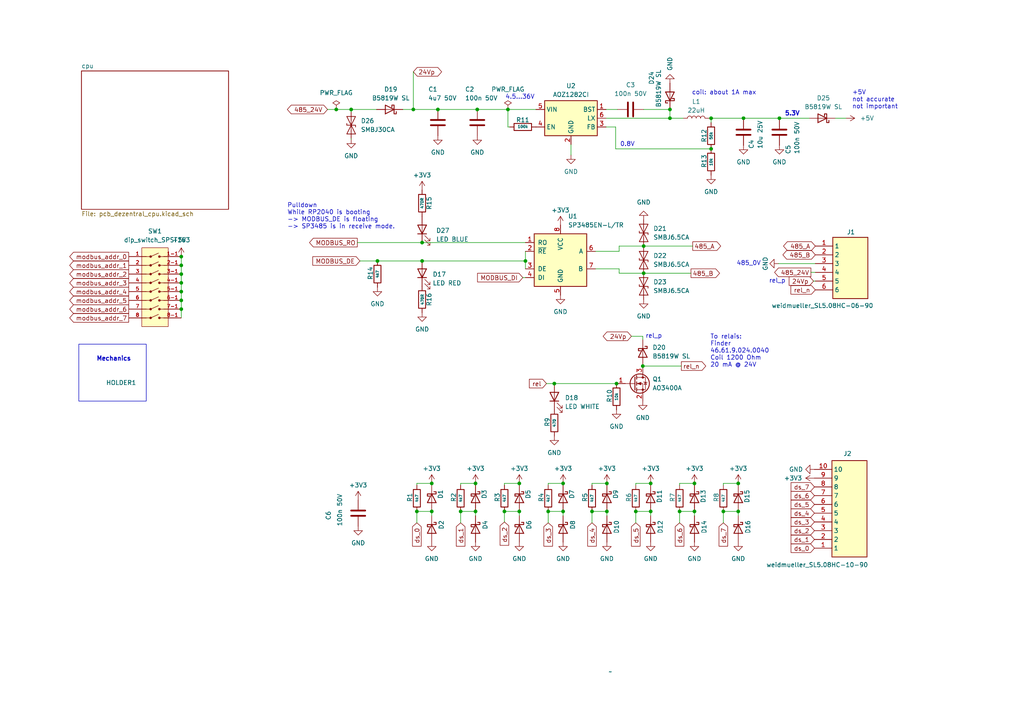
<source format=kicad_sch>
(kicad_sch (version 20230121) (generator eeschema)
  (paper "A4")
  (title_block (title "Heizung Pünterswis - pcb_dezentral") (date "2023-11-27") (rev "0.81") (company "www.positron.ch") (comment 1 "Released under MIT Open-source License"))
  (lib_symbols
    (symbol "00_project_library:LED BLUE" (pin_numbers hide) (pin_names (offset 1.016) hide)
      (property "Reference" "D" (at 0 2.54 0))
      (property "Value" "LED BLUE" (at 0 -2.54 0))
      (symbol "LED BLUE_1_1"
        (pin passive line (at -3.81 0 0) (length 2.54) (name "K") (number "1"))
        (pin passive line (at 3.81 0 180) (length 2.54) (name "A") (number "2"))
      )
    )
    (symbol "00_project_library:LED RED" (pin_numbers hide) (pin_names (offset 1.016) hide)
      (property "Reference" "D" (at 0 2.54 0))
      (property "Value" "LED RED" (at 0 -2.54 0))
      (symbol "LED RED_1_1"
        (pin passive line (at -3.81 0 0) (length 2.54) (name "K") (number "1"))
        (pin passive line (at 3.81 0 180) (length 2.54) (name "A") (number "2"))
      )
    )
    (symbol "00_project_library:LED WHITE" (pin_numbers hide) (pin_names (offset 1.016) hide)
      (property "Reference" "D" (at 0 2.54 0))
      (property "Value" "LED WHITE" (at 0 -2.54 0))
      (symbol "LED WHITE_1_1"
        (pin passive line (at -3.81 0 0) (length 2.54) (name "K") (number "1"))
        (pin passive line (at 3.81 0 180) (length 2.54) (name "A") (number "2"))
      )
    )
    (symbol "00_project_library:din_rail_pcb_holder" (in_bom no)
      (property "Reference" "HOLDER" (at 0 0 0))
    )
    (symbol "00_project_library:dip_switch_SPST16" (pin_names (offset 1.016))
      (property "Reference" "SW" (at -3.5596 10.9331 0))
      (property "Value" "dip_switch_SPST16" (at -3.8154 -15.2615 0))
      (symbol "dip_switch_SPST16_0_0"
        (pin passive line (at -7.62 7.62 0) (length 5.08) (name "~") (number "1"))
        (pin passive line (at 7.62 7.62 180) (length 5.08) (name "~") (number "1-1"))
        (pin passive line (at -7.62 5.08 0) (length 5.08) (name "~") (number "2"))
        (pin passive line (at 7.62 5.08 180) (length 5.08) (name "~") (number "2-1"))
        (pin passive line (at -7.62 2.54 0) (length 5.08) (name "~") (number "3"))
        (pin passive line (at 7.62 2.54 180) (length 5.08) (name "~") (number "3-1"))
        (pin passive line (at -7.62 0 0) (length 5.08) (name "~") (number "4"))
        (pin passive line (at 7.62 0 180) (length 5.08) (name "~") (number "4-1"))
        (pin passive line (at -7.62 -2.54 0) (length 5.08) (name "~") (number "5"))
        (pin passive line (at 7.62 -2.54 180) (length 5.08) (name "~") (number "5-1"))
        (pin passive line (at -7.62 -5.08 0) (length 5.08) (name "~") (number "6"))
        (pin passive line (at 7.62 -5.08 180) (length 5.08) (name "~") (number "6-1"))
        (pin passive line (at -7.62 -7.62 0) (length 5.08) (name "~") (number "7"))
        (pin passive line (at 7.62 -7.62 180) (length 5.08) (name "~") (number "7-1"))
        (pin passive line (at -7.62 -10.16 0) (length 5.08) (name "~") (number "8"))
        (pin passive line (at 7.62 -10.16 180) (length 5.08) (name "~") (number "8-1"))
      )
    )
    (symbol "00_project_library:modbus_SP3485EN" (pin_names (offset 1.016))
      (property "Reference" "U" (at -7.62 8.89 0))
      (property "Value" "SP3485EN-L/TR" (at 2.54 8.89 0))
      (symbol "modbus_SP3485EN_1_1"
        (pin output line (at -10.16 5.08 0) (length 2.54) (name "RO") (number "1"))
        (pin input line (at -10.16 2.54 0) (length 2.54) (name "~{RE}") (number "2"))
        (pin input line (at -10.16 -2.54 0) (length 2.54) (name "DE") (number "3"))
        (pin input line (at -10.16 -5.08 0) (length 2.54) (name "DI") (number "4"))
        (pin power_in line (at 0 -10.16 90) (length 2.54) (name "GND") (number "5"))
        (pin bidirectional line (at 10.16 2.54 180) (length 2.54) (name "A") (number "6"))
        (pin bidirectional line (at 10.16 -2.54 180) (length 2.54) (name "B") (number "7"))
        (pin power_in line (at 0 10.16 270) (length 2.54) (name "VCC") (number "8"))
      )
    )
    (symbol "00_project_library:weidmueller_SL5.08HC-06-90" (in_bom no)
      (property "Reference" "J" (at 16.51 7.62 0))
      (property "Value" "weidmueller_SL5.08HC-06-90" (at 16.51 5.08 0))
      (symbol "weidmueller_SL5.08HC-06-90_1_1"
        (pin passive line (at 0 0 0) (length 5.08) (name "1") (number "1"))
        (pin passive line (at 0 -2.54 0) (length 5.08) (name "2") (number "2"))
        (pin passive line (at 0 -5.08 0) (length 5.08) (name "3") (number "3"))
        (pin passive line (at 0 -7.62 0) (length 5.08) (name "4") (number "4"))
        (pin passive line (at 0 -10.16 0) (length 5.08) (name "5") (number "5"))
        (pin passive line (at 0 -12.7 0) (length 5.08) (name "6") (number "6"))
      )
    )
    (symbol "00_project_library:weidmueller_SL5.08HC-10-90" (in_bom no)
      (property "Reference" "J" (at 16.51 7.62 0))
      (property "Value" "weidmueller_SL5.08HC-10-90" (at 16.51 5.08 0))
      (symbol "weidmueller_SL5.08HC-10-90_1_1"
        (pin passive line (at 0 -22.86 0) (length 5.08) (name "1") (number "1"))
        (pin passive line (at 0 0 0) (length 5.08) (name "10") (number "10"))
        (pin passive line (at 0 -20.32 0) (length 5.08) (name "2") (number "2"))
        (pin passive line (at 0 -17.78 0) (length 5.08) (name "3") (number "3"))
        (pin passive line (at 0 -15.24 0) (length 5.08) (name "4") (number "4"))
        (pin passive line (at 0 -12.7 0) (length 5.08) (name "5") (number "5"))
        (pin passive line (at 0 -10.16 0) (length 5.08) (name "6") (number "6"))
        (pin passive line (at 0 -7.62 0) (length 5.08) (name "7") (number "7"))
        (pin passive line (at 0 -5.08 0) (length 5.08) (name "8") (number "8"))
        (pin passive line (at 0 -2.54 0) (length 5.08) (name "9") (number "9"))
      )
    )
    (symbol "Device:C" (pin_numbers hide) (pin_names (offset 0.254))
      (property "Reference" "C" (at 0.635 2.54 0))
      (property "Value" "C" (at 0.635 -2.54 0))
      (symbol "C_1_1"
        (pin passive line (at 0 3.81 270) (length 2.794) (name "~") (number "1"))
        (pin passive line (at 0 -3.81 90) (length 2.794) (name "~") (number "2"))
      )
    )
    (symbol "Device:D_Schottky" (pin_numbers hide) (pin_names (offset 1.016) hide)
      (property "Reference" "D" (at 0 2.54 0))
      (property "Value" "D_Schottky" (at 0 -2.54 0))
      (symbol "D_Schottky_1_1"
        (pin passive line (at -3.81 0 0) (length 2.54) (name "K") (number "1"))
        (pin passive line (at 3.81 0 180) (length 2.54) (name "A") (number "2"))
      )
    )
    (symbol "Device:L" (pin_numbers hide) (pin_names (offset 1.016) hide)
      (property "Reference" "L" (at -1.27 0 90))
      (property "Value" "L" (at 1.905 0 90))
      (symbol "L_1_1"
        (pin passive line (at 0 3.81 270) (length 1.27) (name "1") (number "1"))
        (pin passive line (at 0 -3.81 90) (length 1.27) (name "2") (number "2"))
      )
    )
    (symbol "Device:R" (pin_numbers hide) (pin_names (offset 0))
      (property "Reference" "R" (at 2.032 0 90))
      (property "Value" "R" (at 0 0 90))
      (symbol "R_1_1"
        (pin passive line (at 0 3.81 270) (length 1.27) (name "~") (number "1"))
        (pin passive line (at 0 -3.81 90) (length 1.27) (name "~") (number "2"))
      )
    )
    (symbol "Diode:SMAJ64CA" (pin_numbers hide) (pin_names (offset 1.016) hide)
      (property "Reference" "D" (at 0 2.54 0))
      (property "Value" "SMAJ64CA" (at 0 -2.54 0))
      (symbol "SMAJ64CA_1_1"
        (pin passive line (at -3.81 0 0) (length 2.54) (name "A1") (number "1"))
        (pin passive line (at 3.81 0 180) (length 2.54) (name "A2") (number "2"))
      )
    )
    (symbol "Regulator_Switching:AOZ1282CI"
      (property "Reference" "U" (at -6.35 -6.35 0))
      (property "Value" "AOZ1282CI" (at -2.54 6.35 0))
      (symbol "AOZ1282CI_1_1"
        (pin input line (at 10.16 2.54 180) (length 2.54) (name "BST") (number "1"))
        (pin power_in line (at 0 -7.62 90) (length 2.54) (name "GND") (number "2"))
        (pin input line (at 10.16 -2.54 180) (length 2.54) (name "FB") (number "3"))
        (pin input line (at -10.16 -2.54 0) (length 2.54) (name "EN") (number "4"))
        (pin power_in line (at -10.16 2.54 0) (length 2.54) (name "VIN") (number "5"))
        (pin power_out line (at 10.16 0 180) (length 2.54) (name "LX") (number "6"))
      )
    )
    (symbol "Transistor_FET:AO3400A" (pin_names hide)
      (property "Reference" "Q" (at 5.08 1.905 0))
      (property "Value" "AO3400A" (at 5.08 0 0))
      (symbol "AO3400A_1_1"
        (pin input line (at -5.08 0 0) (length 2.54) (name "G") (number "1"))
        (pin passive line (at 2.54 -5.08 90) (length 2.54) (name "S") (number "2"))
        (pin passive line (at 2.54 5.08 270) (length 2.54) (name "D") (number "3"))
      )
    )
    (symbol "power:+3V3" (power) (pin_names (offset 0))
      (property "Value" "+3V3" (at 0 3.556 0))
      (symbol "+3V3_1_1"
        (pin power_in line (at 0 0 90) (length 0) hide (name "+3V3") (number "1"))
      )
    )
    (symbol "power:+5V" (power) (pin_names (offset 0))
      (property "Value" "+5V" (at 0 3.556 0))
      (symbol "+5V_1_1"
        (pin power_in line (at 0 0 90) (length 0) hide (name "+5V") (number "1"))
      )
    )
    (symbol "power:GND" (power) (pin_names (offset 0))
      (property "Value" "GND" (at 0 -3.81 0))
      (symbol "GND_1_1"
        (pin power_in line (at 0 0 270) (length 0) hide (name "GND") (number "1"))
      )
    )
    (symbol "power:PWR_FLAG" (power) (pin_numbers hide) (pin_names (offset 0) hide)
      (property "Value" "PWR_FLAG" (at 0 3.81 0))
      (symbol "PWR_FLAG_0_0"
        (pin power_out line (at 0 0 90) (length 0) (name "pwr") (number "1"))
      )
    )
  )
  (junction (at 188.722 140.208))
  (junction (at 146.304 148.336))
  (junction (at 194.31 34.29))
  (junction (at 206.248 43.18))
  (junction (at 52.578 84.582))
  (junction (at 137.922 148.336))
  (junction (at 209.804 148.336))
  (junction (at 101.854 31.75))
  (junction (at 201.422 148.336))
  (junction (at 97.536 31.75))
  (junction (at 147.32 31.75))
  (junction (at 176.022 148.336))
  (junction (at 109.474 75.692))
  (junction (at 214.122 140.208))
  (junction (at 52.578 89.662))
  (junction (at 171.704 148.336))
  (junction (at 138.43 31.75))
  (junction (at 188.722 148.336))
  (junction (at 150.622 148.336))
  (junction (at 152.4 75.692))
  (junction (at 197.104 148.336))
  (junction (at 176.022 140.208))
  (junction (at 52.578 82.042))
  (junction (at 163.322 140.208))
  (junction (at 206.248 34.29))
  (junction (at 52.578 76.962))
  (junction (at 127 31.75))
  (junction (at 178.816 111.252))
  (junction (at 119.888 31.75))
  (junction (at 186.436 106.172))
  (junction (at 122.428 75.692))
  (junction (at 194.31 31.75))
  (junction (at 160.782 111.252))
  (junction (at 122.428 70.358))
  (junction (at 52.578 79.502))
  (junction (at 214.122 148.336))
  (junction (at 133.604 148.336))
  (junction (at 159.004 148.336))
  (junction (at 215.646 34.29))
  (junction (at 226.06 34.29))
  (junction (at 52.578 74.422))
  (junction (at 52.578 87.122))
  (junction (at 163.322 148.336))
  (junction (at 125.222 148.336))
  (junction (at 150.622 140.208))
  (junction (at 184.404 148.336))
  (junction (at 125.222 140.208))
  (junction (at 120.904 148.336))
  (junction (at 186.69 79.248))
  (junction (at 186.69 71.374))
  (junction (at 137.922 140.208))
  (junction (at 201.422 140.208))
  (wire (pts (xy 197.104 140.208) (xy 197.104 140.716)))
  (wire (pts (xy 209.804 151.638) (xy 209.804 148.336)))
  (wire (pts (xy 158.496 111.252) (xy 160.782 111.252)))
  (wire (pts (xy 52.578 87.122) (xy 52.578 89.662)))
  (wire (pts (xy 184.404 140.208) (xy 188.722 140.208)))
  (wire (pts (xy 101.854 31.75) (xy 109.22 31.75)))
  (wire (pts (xy 120.904 151.638) (xy 120.904 148.336)))
  (wire (pts (xy 52.578 82.042) (xy 52.578 84.582)))
  (wire (pts (xy 186.69 79.248) (xy 200.406 79.248)))
  (wire (pts (xy 147.32 36.83) (xy 147.32 31.75)))
  (wire (pts (xy 52.578 74.422) (xy 52.578 76.962)))
  (wire (pts (xy 184.404 148.336) (xy 188.722 148.336)))
  (wire (pts (xy 215.646 34.29) (xy 226.06 34.29)))
  (wire (pts (xy 197.104 140.208) (xy 201.422 140.208)))
  (wire (pts (xy 120.904 140.716) (xy 120.904 140.208)))
  (wire (pts (xy 137.922 140.208) (xy 137.922 140.716)))
  (wire (pts (xy 178.562 36.83) (xy 178.562 43.18)))
  (wire (pts (xy 101.854 40.132) (xy 101.854 40.386)))
  (wire (pts (xy 245.364 34.29) (xy 242.316 34.29)))
  (wire (pts (xy 188.722 140.208) (xy 188.722 140.716)))
  (wire (pts (xy 179.578 71.374) (xy 186.69 71.374)))
  (wire (pts (xy 160.782 111.252) (xy 178.816 111.252)))
  (wire (pts (xy 194.31 34.29) (xy 198.12 34.29)))
  (wire (pts (xy 188.722 149.606) (xy 188.722 148.336)))
  (wire (pts (xy 201.422 149.606) (xy 201.422 148.336)))
  (wire (pts (xy 197.612 106.172) (xy 186.436 106.172)))
  (wire (pts (xy 146.304 140.208) (xy 150.622 140.208)))
  (wire (pts (xy 178.562 36.83) (xy 175.768 36.83)))
  (wire (pts (xy 186.69 31.75) (xy 194.31 31.75)))
  (wire (pts (xy 197.104 148.336) (xy 201.422 148.336)))
  (wire (pts (xy 120.904 140.208) (xy 125.222 140.208)))
  (wire (pts (xy 159.004 140.208) (xy 159.004 140.716)))
  (wire (pts (xy 179.578 72.898) (xy 179.578 71.374)))
  (wire (pts (xy 179.578 77.978) (xy 172.72 77.978)))
  (wire (pts (xy 137.922 149.606) (xy 137.922 148.336)))
  (wire (pts (xy 152.4 72.898) (xy 152.4 75.692)))
  (wire (pts (xy 94.996 31.75) (xy 97.536 31.75)))
  (wire (pts (xy 119.888 20.828) (xy 119.888 31.75)))
  (wire (pts (xy 163.322 149.606) (xy 163.322 148.336)))
  (wire (pts (xy 120.904 148.336) (xy 125.222 148.336)))
  (wire (pts (xy 52.578 79.502) (xy 52.578 82.042)))
  (wire (pts (xy 97.536 31.75) (xy 101.854 31.75)))
  (wire (pts (xy 163.322 140.208) (xy 163.322 140.716)))
  (wire (pts (xy 104.394 75.692) (xy 109.474 75.692)))
  (wire (pts (xy 176.022 140.208) (xy 176.022 140.716)))
  (wire (pts (xy 171.704 151.638) (xy 171.704 148.336)))
  (wire (pts (xy 133.604 140.208) (xy 137.922 140.208)))
  (wire (pts (xy 133.604 140.208) (xy 133.604 140.716)))
  (wire (pts (xy 214.122 140.208) (xy 214.122 140.716)))
  (wire (pts (xy 206.248 34.29) (xy 205.74 34.29)))
  (wire (pts (xy 125.222 149.606) (xy 125.222 148.336)))
  (wire (pts (xy 236.474 81.534) (xy 235.966 81.534)))
  (wire (pts (xy 52.578 89.662) (xy 52.578 92.202)))
  (wire (pts (xy 159.004 148.336) (xy 159.004 151.638)))
  (wire (pts (xy 201.422 140.208) (xy 201.422 140.716)))
  (wire (pts (xy 146.304 151.384) (xy 146.304 148.336)))
  (wire (pts (xy 125.222 140.208) (xy 125.222 140.716)))
  (wire (pts (xy 155.448 31.75) (xy 147.32 31.75)))
  (wire (pts (xy 127 31.75) (xy 138.43 31.75)))
  (wire (pts (xy 165.608 41.91) (xy 165.608 44.958)))
  (wire (pts (xy 184.404 151.638) (xy 184.404 148.336)))
  (wire (pts (xy 209.804 140.208) (xy 214.122 140.208)))
  (wire (pts (xy 147.828 36.83) (xy 147.32 36.83)))
  (wire (pts (xy 206.248 43.18) (xy 178.562 43.18)))
  (wire (pts (xy 225.806 76.454) (xy 236.474 76.454)))
  (wire (pts (xy 176.022 140.208) (xy 171.704 140.208)))
  (wire (pts (xy 226.06 34.29) (xy 234.696 34.29)))
  (wire (pts (xy 122.428 75.692) (xy 152.4 75.692)))
  (wire (pts (xy 52.578 84.582) (xy 52.578 87.122)))
  (wire (pts (xy 175.768 34.29) (xy 194.31 34.29)))
  (wire (pts (xy 186.69 71.374) (xy 186.69 71.628)))
  (wire (pts (xy 235.204 78.994) (xy 236.474 78.994)))
  (wire (pts (xy 133.604 148.336) (xy 137.922 148.336)))
  (wire (pts (xy 214.122 149.606) (xy 214.122 148.336)))
  (wire (pts (xy 103.632 70.358) (xy 122.428 70.358)))
  (wire (pts (xy 119.888 31.75) (xy 116.84 31.75)))
  (wire (pts (xy 122.428 70.358) (xy 152.4 70.358)))
  (wire (pts (xy 184.404 140.208) (xy 184.404 140.716)))
  (wire (pts (xy 159.004 140.208) (xy 163.322 140.208)))
  (wire (pts (xy 151.638 80.518) (xy 152.4 80.518)))
  (wire (pts (xy 52.578 76.962) (xy 52.578 79.502)))
  (wire (pts (xy 171.704 148.336) (xy 176.022 148.336)))
  (wire (pts (xy 101.854 32.512) (xy 101.854 31.75)))
  (wire (pts (xy 122.428 75.438) (xy 122.428 75.692)))
  (wire (pts (xy 159.004 148.336) (xy 163.322 148.336)))
  (wire (pts (xy 183.134 97.536) (xy 186.436 97.536)))
  (wire (pts (xy 197.104 151.638) (xy 197.104 148.336)))
  (wire (pts (xy 215.646 34.544) (xy 215.646 34.29)))
  (wire (pts (xy 179.578 79.248) (xy 186.69 79.248)))
  (wire (pts (xy 150.622 149.606) (xy 150.622 148.336)))
  (wire (pts (xy 179.578 77.978) (xy 179.578 79.248)))
  (wire (pts (xy 172.72 72.898) (xy 179.578 72.898)))
  (wire (pts (xy 175.768 31.75) (xy 179.07 31.75)))
  (wire (pts (xy 176.022 149.606) (xy 176.022 148.336)))
  (wire (pts (xy 209.804 140.208) (xy 209.804 140.716)))
  (wire (pts (xy 152.4 75.692) (xy 152.4 77.978)))
  (wire (pts (xy 146.304 140.208) (xy 146.304 140.716)))
  (wire (pts (xy 226.06 34.29) (xy 226.06 34.544)))
  (wire (pts (xy 206.248 35.56) (xy 206.248 34.29)))
  (wire (pts (xy 127 31.75) (xy 119.888 31.75)))
  (wire (pts (xy 109.474 75.692) (xy 122.428 75.692)))
  (wire (pts (xy 150.622 140.208) (xy 150.622 140.716)))
  (wire (pts (xy 194.31 31.75) (xy 194.31 34.29)))
  (wire (pts (xy 171.704 140.208) (xy 171.704 140.716)))
  (wire (pts (xy 133.604 151.638) (xy 133.604 148.336)))
  (wire (pts (xy 186.69 71.374) (xy 200.914 71.374)))
  (wire (pts (xy 186.436 97.536) (xy 186.436 98.552)))
  (wire (pts (xy 138.43 31.75) (xy 147.32 31.75)))
  (wire (pts (xy 146.304 148.336) (xy 150.622 148.336)))
  (wire (pts (xy 209.804 148.336) (xy 214.122 148.336)))
  (wire (pts (xy 206.248 34.29) (xy 215.646 34.29)))
  (rectangle (start 22.86 99.822) (end 42.418 116.332))
  (text "Mechanics" (at 27.94 104.902 0) (effects (font (size 1.27 1.27) (thickness 0.254) bold) (justify left bottom)))
  (text "+5V\nnot accurate\nnot important" (at 247.142 31.75 0) (effects (font (size 1.27 1.27)) (justify left bottom)))
  (text "485_0V" (at 213.614 77.216 0) (effects (font (size 1.27 1.27)) (justify left bottom)))
  (text "rel_p" (at 223.012 82.296 0) (effects (font (size 1.27 1.27)) (justify left bottom)))
  (text "coil: about 1A max" (at 200.66 27.686 0) (effects (font (size 1.27 1.27)) (justify left bottom)))
  (text "Pulldown\nWhile RP2040 is booting\n-> MODBUS_DE is floating\n-> SP3485 is in receive mode." (at 83.312 66.548 0) (effects (font (size 1.27 1.27)) (justify left bottom)))
  (text "5.3V" (at 227.584 33.782 0) (effects (font (size 1.27 1.27) (thickness 0.254) bold) (justify left bottom)))
  (text "To relais:\nFinder \n46.61.9.024.0040\nCoil 1200 Ohm\n20 mA @ 24V" (at 205.994 106.68 0) (effects (font (size 1.27 1.27)) (justify left bottom)))
  (text "rel_p" (at 187.198 98.298 0) (effects (font (size 1.27 1.27)) (justify left bottom)))
  (text "4.5...36V" (at 146.558 28.956 0) (effects (font (size 1.27 1.27)) (justify left bottom)))
  (text "0.8V" (at 179.832 42.672 0) (effects (font (size 1.27 1.27)) (justify left bottom)))
  (global_label "modbus_addr_3" (shape output) (at 37.338 82.042 180) (property "Intersheetrefs" "${INTERSHEET_REFS}" (effects hide)))
  (global_label "ds_1" (shape input) (at 236.22 156.464 180) (property "Intersheetrefs" "${INTERSHEET_REFS}" (effects hide)))
  (global_label "rel_n" (shape output) (at 197.612 106.172 0) (property "Intersheetrefs" "${INTERSHEET_REFS}" (effects hide)))
  (global_label "ds_2" (shape input) (at 236.22 153.924 180) (property "Intersheetrefs" "${INTERSHEET_REFS}" (effects hide)))
  (global_label "rel" (shape input) (at 158.496 111.252 180) (property "Intersheetrefs" "${INTERSHEET_REFS}" (effects hide)))
  (global_label "modbus_addr_6" (shape output) (at 37.338 89.662 180) (property "Intersheetrefs" "${INTERSHEET_REFS}" (effects hide)))
  (global_label "24Vp" (shape bidirectional) (at 119.888 20.828 0) (property "Intersheetrefs" "${INTERSHEET_REFS}" (effects hide)))
  (global_label "modbus_addr_0" (shape output) (at 37.338 74.422 180) (property "Intersheetrefs" "${INTERSHEET_REFS}" (effects hide)))
  (global_label "ds_7" (shape input) (at 209.804 151.638 270) (property "Intersheetrefs" "${INTERSHEET_REFS}" (effects hide)))
  (global_label "rel_n" (shape input) (at 236.474 84.074 180) (property "Intersheetrefs" "${INTERSHEET_REFS}" (effects hide)))
  (global_label "ds_5" (shape input) (at 184.404 151.638 270) (property "Intersheetrefs" "${INTERSHEET_REFS}" (effects hide)))
  (global_label "ds_6" (shape input) (at 236.22 143.764 180) (property "Intersheetrefs" "${INTERSHEET_REFS}" (effects hide)))
  (global_label "modbus_addr_2" (shape output) (at 37.338 79.502 180) (property "Intersheetrefs" "${INTERSHEET_REFS}" (effects hide)))
  (global_label "MODBUS_DE" (shape input) (at 104.394 75.692 180) (property "Intersheetrefs" "${INTERSHEET_REFS}" (effects hide)))
  (global_label "modbus_addr_1" (shape output) (at 37.338 76.962 180) (property "Intersheetrefs" "${INTERSHEET_REFS}" (effects hide)))
  (global_label "485_24V" (shape bidirectional) (at 94.996 31.75 180) (property "Intersheetrefs" "${INTERSHEET_REFS}" (effects hide)))
  (global_label "ds_0" (shape input) (at 236.22 159.004 180) (property "Intersheetrefs" "${INTERSHEET_REFS}" (effects hide)))
  (global_label "485_A" (shape bidirectional) (at 236.474 71.374 180) (property "Intersheetrefs" "${INTERSHEET_REFS}" (effects hide)))
  (global_label "ds_6" (shape input) (at 197.104 151.638 270) (property "Intersheetrefs" "${INTERSHEET_REFS}" (effects hide)))
  (global_label "485_B" (shape bidirectional) (at 236.474 73.914 180) (property "Intersheetrefs" "${INTERSHEET_REFS}" (effects hide)))
  (global_label "24Vp" (shape input) (at 235.966 81.534 180) (property "Intersheetrefs" "${INTERSHEET_REFS}" (effects hide)))
  (global_label "24Vp" (shape bidirectional) (at 183.134 97.536 180) (property "Intersheetrefs" "${INTERSHEET_REFS}" (effects hide)))
  (global_label "modbus_addr_4" (shape output) (at 37.338 84.582 180) (property "Intersheetrefs" "${INTERSHEET_REFS}" (effects hide)))
  (global_label "MODBUS_RO" (shape output) (at 103.632 70.358 180) (property "Intersheetrefs" "${INTERSHEET_REFS}" (effects hide)))
  (global_label "ds_0" (shape input) (at 120.904 151.638 270) (property "Intersheetrefs" "${INTERSHEET_REFS}" (effects hide)))
  (global_label "ds_3" (shape input) (at 159.004 151.638 270) (property "Intersheetrefs" "${INTERSHEET_REFS}" (effects hide)))
  (global_label "ds_1" (shape input) (at 133.604 151.638 270) (property "Intersheetrefs" "${INTERSHEET_REFS}" (effects hide)))
  (global_label "modbus_addr_5" (shape output) (at 37.338 87.122 180) (property "Intersheetrefs" "${INTERSHEET_REFS}" (effects hide)))
  (global_label "ds_7" (shape input) (at 236.22 141.224 180) (property "Intersheetrefs" "${INTERSHEET_REFS}" (effects hide)))
  (global_label "485_A" (shape output) (at 200.914 71.374 0) (property "Intersheetrefs" "${INTERSHEET_REFS}" (effects hide)))
  (global_label "modbus_addr_7" (shape output) (at 37.338 92.202 180) (property "Intersheetrefs" "${INTERSHEET_REFS}" (effects hide)))
  (global_label "ds_5" (shape input) (at 236.22 146.304 180) (property "Intersheetrefs" "${INTERSHEET_REFS}" (effects hide)))
  (global_label "485_B" (shape output) (at 200.406 79.248 0) (property "Intersheetrefs" "${INTERSHEET_REFS}" (effects hide)))
  (global_label "ds_3" (shape input) (at 236.22 151.384 180) (property "Intersheetrefs" "${INTERSHEET_REFS}" (effects hide)))
  (global_label "ds_4" (shape input) (at 236.22 148.844 180) (property "Intersheetrefs" "${INTERSHEET_REFS}" (effects hide)))
  (global_label "485_24V" (shape output) (at 235.204 78.994 180) (property "Intersheetrefs" "${INTERSHEET_REFS}" (effects hide)))
  (global_label "ds_2" (shape input) (at 146.304 151.384 270) (property "Intersheetrefs" "${INTERSHEET_REFS}" (effects hide)))
  (global_label "MODBUS_DI" (shape input) (at 151.638 80.518 180) (property "Intersheetrefs" "${INTERSHEET_REFS}" (effects hide)))
  (global_label "ds_4" (shape input) (at 171.704 151.638 270) (property "Intersheetrefs" "${INTERSHEET_REFS}" (effects hide)))
  (symbol (lib_id "Device:C") (at 127 35.56 0) (unit 1)
    (property "Reference" "C1" (at 124.206 25.908 0) (effects (justify left)))
    (property "Value" "4u7 50V" (at 124.206 28.448 0) (effects (justify left)))
    (property "Footprint" "Diode_SMD:D_1206_3216Metric" (effects hide))
    (property "JLC" "C515689" (effects hide))
  )
  (symbol (lib_id "Device:R") (at 206.248 46.99 0) (unit 1)
    (property "Reference" "R13" (at 204.216 46.736 90))
    (property "Value" "10k" (at 206.248 46.99 90) (effects (font (size 0.8 0.8))))
    (property "Footprint" "Resistor_SMD:R_0402_1005Metric_Pad0.72x0.64mm_HandSolder" (effects hide))
  )
  (symbol (lib_id "Device:R") (at 109.474 79.502 0) (unit 1)
    (property "Reference" "R14" (at 107.442 79.248 90))
    (property "Value" "4k7" (at 109.474 79.502 90) (effects (font (size 0.8 0.8))))
    (property "Footprint" "Resistor_SMD:R_0402_1005Metric_Pad0.72x0.64mm_HandSolder" (effects hide))
  )
  (symbol (lib_id "power:GND") (at 160.782 126.492 0) (unit 1)
    (property "Reference" "#PWR019" (effects hide))
    (property "Value" "GND" (at 160.782 131.318 0))
  )
  (symbol (lib_id "power:GND") (at 214.122 157.226 0) (unit 1)
    (property "Reference" "#PWR017" (effects hide))
    (property "Value" "GND" (at 214.122 162.052 0))
  )
  (symbol (lib_id "power:GND") (at 103.886 152.654 0) (unit 1)
    (property "Reference" "#PWR033" (effects hide))
    (property "Value" "GND" (at 103.886 157.48 0))
  )
  (symbol (lib_id "power:GND") (at 215.646 42.164 0) (unit 1)
    (property "Reference" "#PWR029" (effects hide))
    (property "Value" "GND" (at 215.646 46.99 0))
  )
  (symbol (lib_id "Device:R") (at 197.104 144.526 0) (unit 1)
    (property "Reference" "R7" (at 195.072 144.272 90))
    (property "Value" "4k7" (at 197.104 144.526 90) (effects (font (size 0.8 0.8))))
    (property "Footprint" "Resistor_SMD:R_0402_1005Metric_Pad0.72x0.64mm_HandSolder" (effects hide))
  )
  (symbol (lib_id "power:GND") (at 178.816 118.872 0) (unit 1)
    (property "Reference" "#PWR020" (effects hide))
    (property "Value" "GND" (at 178.816 123.698 0))
  )
  (symbol (lib_id "Device:R") (at 122.428 58.928 0) (unit 1)
    (property "Reference" "R15" (at 124.46 58.928 90))
    (property "Value" "470R" (at 122.428 58.928 90) (effects (font (size 0.8 0.8))))
    (property "Footprint" "Resistor_SMD:R_0402_1005Metric_Pad0.72x0.64mm_HandSolder" (effects hide))
  )
  (symbol (lib_id "power:GND") (at 137.922 157.226 0) (unit 1)
    (property "Reference" "#PWR04" (effects hide))
    (property "Value" "GND" (at 137.922 162.052 0))
  )
  (symbol (lib_id "power:GND") (at 186.69 63.754 180) (unit 1)
    (property "Reference" "#PWR024" (effects hide))
    (property "Value" "GND" (at 186.69 58.674 0))
  )
  (symbol (lib_id "power:GND") (at 163.322 157.226 0) (unit 1)
    (property "Reference" "#PWR09" (effects hide))
    (property "Value" "GND" (at 163.322 162.052 0))
  )
  (symbol (lib_id "Diode:SMAJ64CA") (at 186.69 83.058 90) (unit 1)
    (property "Reference" "D23" (at 189.484 81.788 90) (effects (justify right)))
    (property "Value" "SMBJ6.5CA" (at 189.484 84.328 90) (effects (justify right)))
    (property "Footprint" "Diode_SMD:D_SMB" (effects hide))
    (property "Datasheet" "https://datasheet.lcsc.com/lcsc/2308281515_hongjiacheng-SMBJ6-5CA_C7420377.pdf" (effects hide))
    (property "JLC" "C7420377" (effects hide))
  )
  (symbol (lib_id "power:GND") (at 201.422 157.226 0) (unit 1)
    (property "Reference" "#PWR015" (effects hide))
    (property "Value" "GND" (at 201.422 162.052 0))
  )
  (symbol (lib_id "power:+3V3") (at 150.622 140.208 0) (unit 1)
    (property "Reference" "#PWR03" (effects hide))
    (property "Value" "+3V3" (at 150.622 135.89 0))
  )
  (symbol (lib_id "power:GND") (at 138.43 39.37 0) (unit 1)
    (property "Reference" "#PWR040" (effects hide))
    (property "Value" "GND" (at 138.43 44.196 0))
  )
  (symbol (lib_id "Device:R") (at 160.782 122.682 0) (unit 1)
    (property "Reference" "R9" (at 158.75 122.428 90))
    (property "Value" "470" (at 160.782 122.682 90) (effects (font (size 0.8 0.8))))
    (property "Footprint" "Resistor_SMD:R_0402_1005Metric_Pad0.72x0.64mm_HandSolder" (effects hide))
  )
  (symbol (lib_id "power:+3V3") (at 163.322 140.208 0) (unit 1)
    (property "Reference" "#PWR05" (effects hide))
    (property "Value" "+3V3" (at 163.322 135.89 0))
  )
  (symbol (lib_id "Device:D_Schottky") (at 176.022 153.416 270) (unit 1)
    (property "Reference" "D10" (at 178.816 150.876 0) (effects (justify left)))
    (property "Value" "B5819W SL" (effects hide))
    (property "Footprint" "Diode_SMD:D_SOD-123" (effects hide))
    (property "Datasheet" "https://datasheet.lcsc.com/lcsc/2304140030_Jiangsu-Changjing-Electronics-Technology-Co---Ltd--B5819W-SL_C8598.pdf" (effects hide))
    (property "JLC" "C8598" (effects hide))
  )
  (symbol (lib_id "power:GND") (at 226.06 42.164 0) (unit 1)
    (property "Reference" "#PWR030" (effects hide))
    (property "Value" "GND" (at 226.06 46.99 0))
  )
  (symbol (lib_id "power:+3V3") (at 214.122 140.208 0) (unit 1)
    (property "Reference" "#PWR014" (effects hide))
    (property "Value" "+3V3" (at 214.122 135.89 0))
  )
  (symbol (lib_id "power:GND") (at 165.608 44.958 0) (unit 1)
    (property "Reference" "#PWR026" (effects hide))
    (property "Value" "GND" (at 165.608 49.784 0))
  )
  (symbol (lib_id "power:GND") (at 101.854 40.386 0) (unit 1)
    (property "Reference" "#PWR018" (effects hide))
    (property "Value" "GND" (at 101.854 45.212 0))
  )
  (symbol (lib_id "00_project_library:LED BLUE") (at 122.428 66.548 90) (unit 1)
    (property "Reference" "D27" (at 126.492 66.8655 90) (effects (justify right)))
    (property "Value" "LED BLUE" (at 126.492 69.4055 90) (effects (justify right)))
    (property "Footprint" "00_project_library:LED_0603_1608Metric" (effects hide))
    (property "JLC" "C189307" (effects hide))
  )
  (symbol (lib_id "Device:C") (at 215.646 38.354 180) (unit 1)
    (property "Reference" "C4" (at 217.932 43.18 90) (effects (justify right)))
    (property "Value" "10u 25V" (at 220.472 43.18 90) (effects (justify right)))
    (property "Footprint" "Diode_SMD:D_0805_2012Metric" (effects hide))
    (property "JLC" "C15850" (effects hide))
  )
  (symbol (lib_id "power:GND") (at 225.806 76.454 270) (unit 1)
    (property "Reference" "#PWR036" (effects hide))
    (property "Value" "GND" (at 221.996 74.422 0) (effects (justify left)))
  )
  (symbol (lib_id "power:GND") (at 194.31 24.13 180) (unit 1)
    (property "Reference" "#PWR027" (effects hide))
    (property "Value" "GND" (at 194.31 20.574 90) (effects (justify right)))
  )
  (symbol (lib_id "Device:D_Schottky") (at 150.622 153.416 270) (unit 1)
    (property "Reference" "D6" (at 153.416 150.876 0) (effects (justify left)))
    (property "Value" "B5819W SL" (effects hide))
    (property "Footprint" "Diode_SMD:D_SOD-123" (effects hide))
    (property "Datasheet" "https://datasheet.lcsc.com/lcsc/2304140030_Jiangsu-Changjing-Electronics-Technology-Co---Ltd--B5819W-SL_C8598.pdf" (effects hide))
    (property "JLC" "C8598" (effects hide))
  )
  (symbol (lib_id "Device:R") (at 171.704 144.526 0) (unit 1)
    (property "Reference" "R5" (at 169.672 144.272 90))
    (property "Value" "4k7" (at 171.704 144.526 90) (effects (font (size 0.8 0.8))))
    (property "Footprint" "Resistor_SMD:R_0402_1005Metric_Pad0.72x0.64mm_HandSolder" (effects hide))
  )
  (symbol (lib_id "power:+3V3") (at 176.022 140.208 0) (unit 1)
    (property "Reference" "#PWR08" (effects hide))
    (property "Value" "+3V3" (at 176.022 135.89 0))
  )
  (symbol (lib_id "Device:D_Schottky") (at 163.322 144.526 270) (unit 1)
    (property "Reference" "D7" (at 165.862 141.986 0) (effects (justify left)))
    (property "Value" "B5819W SL" (effects hide))
    (property "Footprint" "Diode_SMD:D_SOD-123" (effects hide))
    (property "Datasheet" "https://datasheet.lcsc.com/lcsc/2304140030_Jiangsu-Changjing-Electronics-Technology-Co---Ltd--B5819W-SL_C8598.pdf" (effects hide))
    (property "JLC" "C8598" (effects hide))
  )
  (symbol (lib_id "00_project_library:din_rail_pcb_holder") (at 177.038 194.818 0) (unit 1) (in_bom no)
    (property "Reference" "HOLDER1" (at 30.734 110.998 0) (effects (justify left)))
    (property "Value" "~" (at 177.038 194.818 0))
    (property "Footprint" "00_project_library:din_rail_pcb_holder" (effects hide))
  )
  (symbol (lib_id "power:+3V3") (at 236.22 138.684 90) (unit 1)
    (property "Reference" "#PWR016" (effects hide))
    (property "Value" "+3V3" (at 232.664 138.684 90) (effects (justify left)))
  )
  (symbol (lib_id "Device:R") (at 146.304 144.526 0) (unit 1)
    (property "Reference" "R3" (at 144.272 144.272 90))
    (property "Value" "4k7" (at 146.304 144.526 90) (effects (font (size 0.8 0.8))))
    (property "Footprint" "Resistor_SMD:R_0402_1005Metric_Pad0.72x0.64mm_HandSolder" (effects hide))
  )
  (symbol (lib_id "power:GND") (at 162.56 85.598 0) (unit 1)
    (property "Reference" "#PWR023" (effects hide))
    (property "Value" "GND" (at 162.56 90.424 0))
  )
  (symbol (lib_id "power:GND") (at 125.222 157.226 0) (unit 1)
    (property "Reference" "#PWR02" (effects hide))
    (property "Value" "GND" (at 125.222 162.052 0))
  )
  (symbol (lib_id "power:+5V") (at 245.364 34.29 270) (unit 1)
    (property "Reference" "#PWR031" (effects hide))
    (property "Value" "+5V" (at 249.428 34.29 90) (effects (justify left)))
  )
  (symbol (lib_id "Device:R") (at 133.604 144.526 0) (unit 1)
    (property "Reference" "R2" (at 131.572 144.272 90))
    (property "Value" "4k7" (at 133.604 144.526 90) (effects (font (size 0.8 0.8))))
    (property "Footprint" "Resistor_SMD:R_0402_1005Metric_Pad0.72x0.64mm_HandSolder" (effects hide))
  )
  (symbol (lib_id "power:+3V3") (at 103.886 145.034 0) (unit 1)
    (property "Reference" "#PWR034" (effects hide))
    (property "Value" "+3V3" (at 103.886 140.716 0))
  )
  (symbol (lib_id "Diode:SMAJ64CA") (at 186.69 75.438 90) (unit 1)
    (property "Reference" "D22" (at 189.484 74.168 90) (effects (justify right)))
    (property "Value" "SMBJ6.5CA" (at 189.484 76.708 90) (effects (justify right)))
    (property "Footprint" "Diode_SMD:D_SMB" (effects hide))
    (property "Datasheet" "https://datasheet.lcsc.com/lcsc/2308281515_hongjiacheng-SMBJ6-5CA_C7420377.pdf" (effects hide))
    (property "JLC" "C7420377" (effects hide))
  )
  (symbol (lib_id "power:PWR_FLAG") (at 147.32 31.75 0) (unit 1)
    (property "Reference" "#FLG02" (effects hide))
    (property "Value" "PWR_FLAG" (at 147.32 25.908 0))
  )
  (symbol (lib_id "Device:R") (at 184.404 144.526 0) (unit 1)
    (property "Reference" "R6" (at 182.372 144.272 90))
    (property "Value" "4k7" (at 184.404 144.526 90) (effects (font (size 0.8 0.8))))
    (property "Footprint" "Resistor_SMD:R_0402_1005Metric_Pad0.72x0.64mm_HandSolder" (effects hide))
  )
  (symbol (lib_id "power:+3V3") (at 188.722 140.208 0) (unit 1)
    (property "Reference" "#PWR010" (effects hide))
    (property "Value" "+3V3" (at 188.722 135.89 0))
  )
  (symbol (lib_id "00_project_library:modbus_SP3485EN") (at 162.56 75.438 0) (unit 1)
    (property "Reference" "U1" (at 164.7541 62.738 0) (effects (justify left)))
    (property "Value" "SP3485EN-L/TR" (at 164.7541 65.278 0) (effects (justify left)))
    (property "Footprint" "Package_SO:SOIC-8_3.9x4.9mm_P1.27mm" (effects hide))
    (property "Datasheet" "http://www.icbase.com/pdf/SPX/SPX00480106.pdf" (effects hide))
    (property "DatasheetJLC" " https://datasheet.lcsc.com/lcsc/2304140030_MaxLinear-SP3485EN-L-TR_C8963.pdf" (effects hide))
    (property "JLC" "C8963" (effects hide))
  )
  (symbol (lib_id "00_project_library:LED WHITE") (at 160.782 115.062 90) (unit 1)
    (property "Reference" "D18" (at 163.83 115.3795 90) (effects (justify right)))
    (property "Value" "LED WHITE" (at 163.83 117.9195 90) (effects (justify right)))
    (property "Footprint" "00_project_library:LED_0603_1608Metric" (effects hide))
    (property "JLC" "C2290" (effects hide))
  )
  (symbol (lib_id "Device:D_Schottky") (at 125.222 144.526 270) (unit 1)
    (property "Reference" "D1" (at 127.762 141.986 0) (effects (justify left)))
    (property "Value" "B5819W SL" (effects hide))
    (property "Footprint" "Diode_SMD:D_SOD-123" (effects hide))
    (property "Datasheet" "https://datasheet.lcsc.com/lcsc/2304140030_Jiangsu-Changjing-Electronics-Technology-Co---Ltd--B5819W-SL_C8598.pdf" (effects hide))
    (property "JLC" "C8598" (effects hide))
  )
  (symbol (lib_id "Device:C") (at 138.43 35.56 0) (unit 1)
    (property "Reference" "C2" (at 134.874 25.908 0) (effects (justify left)))
    (property "Value" "100n 50V" (at 134.874 28.448 0) (effects (justify left)))
    (property "Footprint" "Diode_SMD:D_0805_2012Metric" (effects hide))
    (property "JLC" "C49678" (effects hide))
  )
  (symbol (lib_id "Diode:SMAJ64CA") (at 101.854 36.322 90) (unit 1)
    (property "Reference" "D26" (at 104.648 35.052 90) (effects (justify right)))
    (property "Value" "SMBJ30CA" (at 104.648 37.592 90) (effects (justify right)))
    (property "Footprint" "Diode_SMD:D_SMB" (effects hide))
    (property "JLC" "C353367" (effects hide))
  )
  (symbol (lib_id "Transistor_FET:AO3400A") (at 183.896 111.252 0) (unit 1)
    (property "Reference" "Q1" (at 189.23 109.982 0) (effects (justify left)))
    (property "Value" "AO3400A" (at 189.23 112.522 0) (effects (justify left)))
    (property "Footprint" "Package_TO_SOT_SMD:SOT-23" (effects hide))
    (property "Datasheet" "http://www.aosmd.com/pdfs/datasheet/AO3400A.pdf" (effects hide))
    (property "JLC" "C20917" (effects hide))
  )
  (symbol (lib_id "Device:D_Schottky") (at 238.506 34.29 180) (unit 1)
    (property "Reference" "D25" (at 238.8235 28.448 0))
    (property "Value" "B5819W SL" (at 238.8235 30.988 0))
    (property "Footprint" "Diode_SMD:D_SOD-123" (effects hide))
    (property "Datasheet" "https://datasheet.lcsc.com/lcsc/2304140030_Jiangsu-Changjing-Electronics-Technology-Co---Ltd--B5819W-SL_C8598.pdf" (effects hide))
    (property "JLC" "C8598" (effects hide))
  )
  (symbol (lib_id "power:PWR_FLAG") (at 97.536 31.75 0) (unit 1)
    (property "Reference" "#FLG03" (effects hide))
    (property "Value" "PWR_FLAG" (at 97.536 26.924 0))
  )
  (symbol (lib_id "Device:D_Schottky") (at 125.222 153.416 270) (unit 1)
    (property "Reference" "D2" (at 128.016 150.876 0) (effects (justify left)))
    (property "Value" "B5819W SL" (effects hide))
    (property "Footprint" "Diode_SMD:D_SOD-123" (effects hide))
    (property "Datasheet" "https://datasheet.lcsc.com/lcsc/2304140030_Jiangsu-Changjing-Electronics-Technology-Co---Ltd--B5819W-SL_C8598.pdf" (effects hide))
    (property "JLC" "C8598" (effects hide))
  )
  (symbol (lib_id "power:+3V3") (at 137.922 140.208 0) (unit 1)
    (property "Reference" "#PWR01" (effects hide))
    (property "Value" "+3V3" (at 137.922 135.89 0))
  )
  (symbol (lib_id "Device:D_Schottky") (at 113.03 31.75 180) (unit 1)
    (property "Reference" "D19" (at 113.3475 25.908 0))
    (property "Value" "B5819W SL" (at 113.3475 28.448 0))
    (property "Footprint" "Diode_SMD:D_SOD-123" (effects hide))
    (property "Datasheet" "https://datasheet.lcsc.com/lcsc/2304140030_Jiangsu-Changjing-Electronics-Technology-Co---Ltd--B5819W-SL_C8598.pdf" (effects hide))
    (property "JLC" "C8598" (effects hide))
  )
  (symbol (lib_id "Device:R") (at 209.804 144.526 0) (unit 1)
    (property "Reference" "R8" (at 207.772 144.272 90))
    (property "Value" "4k7" (at 209.804 144.526 90) (effects (font (size 0.8 0.8))))
    (property "Footprint" "Resistor_SMD:R_0402_1005Metric_Pad0.72x0.64mm_HandSolder" (effects hide))
  )
  (symbol (lib_id "power:GND") (at 109.474 83.312 0) (unit 1)
    (property "Reference" "#PWR038" (effects hide))
    (property "Value" "GND" (at 109.474 88.138 0))
  )
  (symbol (lib_id "Device:R") (at 151.638 36.83 90) (unit 1)
    (property "Reference" "R11" (at 151.638 34.798 90))
    (property "Value" "100k" (at 151.638 36.7284 90) (effects (font (size 0.8 0.8))))
    (property "Footprint" "Resistor_SMD:R_0402_1005Metric_Pad0.72x0.64mm_HandSolder" (effects hide))
  )
  (symbol (lib_id "00_project_library:weidmueller_SL5.08HC-10-90") (at 236.22 136.144 0) (unit 1) (in_bom no)
    (property "Reference" "J2" (at 244.602 131.572 0) (effects (justify left)))
    (property "Value" "weidmueller_SL5.08HC-10-90" (at 222.25 163.83 0) (effects (justify left)))
    (property "Footprint" "00_project_library:weidmueller_SL5.08HC-10-90" (effects hide))
    (property "Datasheet" "http://catalog.weidmueller.com/createDatasheetForMobile.do?ordernumber=1146900000&scope1=1&scope2=1&localeId=en" (effects hide))
    (property "Height" "8.4" (effects hide))
    (property "Manufacturer_Name" "Weidmuller" (effects hide))
    (property "Manufacturer_Part_Number" "1146900000" (effects hide))
    (property "JLC" "C46026" (effects hide))
  )
  (symbol (lib_id "Device:R") (at 178.816 115.062 0) (unit 1)
    (property "Reference" "R10" (at 176.784 114.808 90))
    (property "Value" "10k" (at 178.816 115.062 90) (effects (font (size 0.8 0.8))))
    (property "Footprint" "Resistor_SMD:R_0402_1005Metric_Pad0.72x0.64mm_HandSolder" (effects hide))
  )
  (symbol (lib_id "Device:R") (at 206.248 39.37 180) (unit 1)
    (property "Reference" "R12" (at 204.216 39.37 90))
    (property "Value" "56k" (at 206.248 39.37 90) (effects (font (size 0.8 0.8))))
    (property "Footprint" "Resistor_SMD:R_0402_1005Metric_Pad0.72x0.64mm_HandSolder" (effects hide))
  )
  (symbol (lib_id "power:GND") (at 150.622 157.226 0) (unit 1)
    (property "Reference" "#PWR06" (effects hide))
    (property "Value" "GND" (at 150.622 162.052 0))
  )
  (symbol (lib_id "Device:D_Schottky") (at 201.422 144.526 270) (unit 1)
    (property "Reference" "D13" (at 203.962 141.986 0) (effects (justify left)))
    (property "Value" "B5819W SL" (effects hide))
    (property "Footprint" "Diode_SMD:D_SOD-123" (effects hide))
    (property "Datasheet" "https://datasheet.lcsc.com/lcsc/2304140030_Jiangsu-Changjing-Electronics-Technology-Co---Ltd--B5819W-SL_C8598.pdf" (effects hide))
    (property "JLC" "C8598" (effects hide))
  )
  (symbol (lib_id "Device:C") (at 226.06 38.354 180) (unit 1)
    (property "Reference" "C5" (at 228.6 44.704 90) (effects (justify right)))
    (property "Value" "100n 50V" (at 231.14 44.704 90) (effects (justify right)))
    (property "Footprint" "Diode_SMD:D_0805_2012Metric" (effects hide))
    (property "JLC" "C49678" (effects hide))
  )
  (symbol (lib_id "00_project_library:weidmueller_SL5.08HC-06-90") (at 236.474 71.374 0) (unit 1) (in_bom no)
    (property "Reference" "J1" (at 245.618 67.31 0) (effects (justify left)))
    (property "Value" "weidmueller_SL5.08HC-06-90" (at 223.774 88.646 0) (effects (justify left)))
    (property "Footprint" "00_project_library:weidmueller_SL5.08HC-06-90" (effects hide))
    (property "Datasheet" "https://catalog.weidmueller.com/createDatasheetForMobile.do?ordernumber=1146810000&scope1=1&scope2=1&localeId=en" (effects hide))
    (property "Height" "8.4" (effects hide))
    (property "Manufacturer_Name" "Weidmuller" (effects hide))
    (property "Manufacturer_Part_Number" "1146810000" (effects hide))
    (property "JLC" "C8472" (effects hide))
  )
  (symbol (lib_id "power:+3V3") (at 201.422 140.208 0) (unit 1)
    (property "Reference" "#PWR012" (effects hide))
    (property "Value" "+3V3" (at 201.422 135.89 0))
  )
  (symbol (lib_id "Device:D_Schottky") (at 188.722 153.416 270) (unit 1)
    (property "Reference" "D12" (at 191.516 150.876 0) (effects (justify left)))
    (property "Value" "B5819W SL" (effects hide))
    (property "Footprint" "Diode_SMD:D_SOD-123" (effects hide))
    (property "Datasheet" "https://datasheet.lcsc.com/lcsc/2304140030_Jiangsu-Changjing-Electronics-Technology-Co---Ltd--B5819W-SL_C8598.pdf" (effects hide))
    (property "JLC" "C8598" (effects hide))
  )
  (symbol (lib_id "Device:D_Schottky") (at 188.722 144.526 270) (unit 1)
    (property "Reference" "D11" (at 191.262 141.986 0) (effects (justify left)))
    (property "Value" "B5819W SL" (effects hide))
    (property "Footprint" "Diode_SMD:D_SOD-123" (effects hide))
    (property "Datasheet" "https://datasheet.lcsc.com/lcsc/2304140030_Jiangsu-Changjing-Electronics-Technology-Co---Ltd--B5819W-SL_C8598.pdf" (effects hide))
    (property "JLC" "C8598" (effects hide))
  )
  (symbol (lib_id "Device:R") (at 159.004 144.526 0) (unit 1)
    (property "Reference" "R4" (at 156.972 144.272 90))
    (property "Value" "4k7" (at 159.004 144.526 90) (effects (font (size 0.8 0.8))))
    (property "Footprint" "Resistor_SMD:R_0402_1005Metric_Pad0.72x0.64mm_HandSolder" (effects hide))
  )
  (symbol (lib_id "Device:D_Schottky") (at 214.122 144.526 270) (unit 1)
    (property "Reference" "D15" (at 216.662 141.986 0) (effects (justify left)))
    (property "Value" "B5819W SL" (effects hide))
    (property "Footprint" "Diode_SMD:D_SOD-123" (effects hide))
    (property "Datasheet" "https://datasheet.lcsc.com/lcsc/2304140030_Jiangsu-Changjing-Electronics-Technology-Co---Ltd--B5819W-SL_C8598.pdf" (effects hide))
    (property "JLC" "C8598" (effects hide))
  )
  (symbol (lib_id "power:+3V3") (at 162.56 65.278 0) (unit 1)
    (property "Reference" "#PWR022" (effects hide))
    (property "Value" "+3V3" (at 162.56 60.96 0))
  )
  (symbol (lib_id "Diode:SMAJ64CA") (at 186.69 67.564 90) (unit 1)
    (property "Reference" "D21" (at 189.484 66.294 90) (effects (justify right)))
    (property "Value" "SMBJ6.5CA" (at 189.484 68.834 90) (effects (justify right)))
    (property "Footprint" "Diode_SMD:D_SMB" (effects hide))
    (property "Datasheet" "https://datasheet.lcsc.com/lcsc/2308281515_hongjiacheng-SMBJ6-5CA_C7420377.pdf" (effects hide))
    (property "JLC" "C7420377" (effects hide))
  )
  (symbol (lib_id "Device:D_Schottky") (at 201.422 153.416 270) (unit 1)
    (property "Reference" "D14" (at 204.216 150.876 0) (effects (justify left)))
    (property "Value" "B5819W SL" (effects hide))
    (property "Footprint" "Diode_SMD:D_SOD-123" (effects hide))
    (property "Datasheet" "https://datasheet.lcsc.com/lcsc/2304140030_Jiangsu-Changjing-Electronics-Technology-Co---Ltd--B5819W-SL_C8598.pdf" (effects hide))
    (property "JLC" "C8598" (effects hide))
  )
  (symbol (lib_id "Device:R") (at 122.428 86.868 0) (unit 1)
    (property "Reference" "R16" (at 124.46 86.868 90))
    (property "Value" "470R" (at 122.5296 86.868 90) (effects (font (size 0.8 0.8))))
    (property "Footprint" "Resistor_SMD:R_0402_1005Metric_Pad0.72x0.64mm_HandSolder" (effects hide))
  )
  (symbol (lib_id "power:GND") (at 122.428 90.678 0) (unit 1)
    (property "Reference" "#PWR042" (effects hide))
    (property "Value" "GND" (at 122.428 95.504 0))
  )
  (symbol (lib_id "power:GND") (at 127 39.37 0) (unit 1)
    (property "Reference" "#PWR039" (effects hide))
    (property "Value" "GND" (at 127 44.196 0))
  )
  (symbol (lib_id "Device:D_Schottky") (at 194.31 27.94 90) (unit 1)
    (property "Reference" "D24" (at 188.976 22.606 0))
    (property "Value" "B5819W SL" (at 191.008 25.654 0))
    (property "Footprint" "Diode_SMD:D_SOD-123" (effects hide))
    (property "Datasheet" "https://datasheet.lcsc.com/lcsc/2304140030_Jiangsu-Changjing-Electronics-Technology-Co---Ltd--B5819W-SL_C8598.pdf" (effects hide))
    (property "JLC" "C8598" (effects hide))
  )
  (symbol (lib_id "power:GND") (at 176.022 157.226 0) (unit 1)
    (property "Reference" "#PWR011" (effects hide))
    (property "Value" "GND" (at 176.022 162.052 0))
  )
  (symbol (lib_id "Device:D_Schottky") (at 186.436 102.362 270) (unit 1)
    (property "Reference" "D20" (at 189.23 100.7745 90) (effects (justify left)))
    (property "Value" "B5819W SL" (at 189.23 103.3145 90) (effects (justify left)))
    (property "Footprint" "Diode_SMD:D_SOD-123" (effects hide))
    (property "Datasheet" "https://datasheet.lcsc.com/lcsc/2304140030_Jiangsu-Changjing-Electronics-Technology-Co---Ltd--B5819W-SL_C8598.pdf" (effects hide))
    (property "JLC" "C8598" (effects hide))
  )
  (symbol (lib_id "power:GND") (at 188.722 157.226 0) (unit 1)
    (property "Reference" "#PWR013" (effects hide))
    (property "Value" "GND" (at 188.722 162.052 0))
  )
  (symbol (lib_id "Device:D_Schottky") (at 150.622 144.526 270) (unit 1)
    (property "Reference" "D5" (at 153.162 141.986 0) (effects (justify left)))
    (property "Value" "B5819W SL" (effects hide))
    (property "Footprint" "Diode_SMD:D_SOD-123" (effects hide))
    (property "Datasheet" "https://datasheet.lcsc.com/lcsc/2304140030_Jiangsu-Changjing-Electronics-Technology-Co---Ltd--B5819W-SL_C8598.pdf" (effects hide))
    (property "JLC" "C8598" (effects hide))
  )
  (symbol (lib_id "power:+3V3") (at 125.222 140.208 0) (unit 1)
    (property "Reference" "#PWR032" (effects hide))
    (property "Value" "+3V3" (at 125.222 135.89 0))
  )
  (symbol (lib_id "Regulator_Switching:AOZ1282CI") (at 165.608 34.29 0) (unit 1)
    (property "Reference" "U2" (at 165.608 24.892 0))
    (property "Value" "AOZ1282CI" (at 165.608 27.432 0))
    (property "Footprint" "Package_TO_SOT_SMD:SOT-23-6" (effects hide))
    (property "Datasheet" "http://aosmd.com/res/data_sheets/AOZ1282CI.pdf" (effects hide))
    (property "JLC" "C111916" (effects hide))
  )
  (symbol (lib_id "power:+3V3") (at 52.578 74.422 0) (unit 1)
    (property "Reference" "#PWR07" (effects hide))
    (property "Value" "+3V3" (at 52.578 69.596 0))
  )
  (symbol (lib_id "power:GND") (at 186.69 86.868 0) (unit 1)
    (property "Reference" "#PWR025" (effects hide))
    (property "Value" "GND" (at 186.69 91.694 0))
  )
  (symbol (lib_id "Device:L") (at 201.93 34.29 90) (unit 1)
    (property "Reference" "L1" (at 201.93 29.464 90))
    (property "Value" "22uH" (at 201.93 32.004 90))
    (property "Footprint" "00_project_library:L_MODBUS" (effects hide))
    (property "Datasheet" "https://datasheet.lcsc.com/lcsc/2211290930_XR-XRCD54-220M_C5289423.pdf" (effects hide))
    (property "JLC" "C5289423" (effects hide))
  )
  (symbol (lib_id "power:GND") (at 186.436 116.332 0) (unit 1)
    (property "Reference" "#PWR021" (effects hide))
    (property "Value" "GND" (at 186.436 121.158 0))
  )
  (symbol (lib_id "Device:D_Schottky") (at 163.322 153.416 270) (unit 1)
    (property "Reference" "D8" (at 166.116 150.876 0) (effects (justify left)))
    (property "Value" "B5819W SL" (effects hide))
    (property "Footprint" "Diode_SMD:D_SOD-123" (effects hide))
    (property "Datasheet" "https://datasheet.lcsc.com/lcsc/2304140030_Jiangsu-Changjing-Electronics-Technology-Co---Ltd--B5819W-SL_C8598.pdf" (effects hide))
    (property "JLC" "C8598" (effects hide))
  )
  (symbol (lib_id "00_project_library:dip_switch_SPST16") (at 44.958 82.042 0) (unit 1)
    (property "Reference" "SW1" (at 44.958 67.056 0))
    (property "Value" "dip_switch_SPST16" (at 44.958 69.596 0))
    (property "Footprint" "00_project_library:dip_switch_SPST16" (effects hide))
    (property "Datasheet" "https://datasheet.lcsc.com/lcsc/2304140030_ALPSALPINE-SSGM780103_C470473.pdf" (effects hide))
    (property "Comment" "1-1825006-5" (effects hide))
    (property "Description" "8 Position SPST Slide Sealed 2.54 mm Centerline Surface Mount DIP Switch" (effects hide))
    (property "SnapEDA_Link" "https://www.snapeda.com/parts/1-1825006-5/TE+Connectivity+ALCOSWITCH+Switches/view-part/?ref=snap" (effects hide))
    (property "MANUFACTURER" "TE connectivity" (effects hide))
    (property "JLC" "C470473" (effects hide))
  )
  (symbol (lib_id "power:+3V3") (at 122.428 55.118 0) (unit 1)
    (property "Reference" "#PWR041" (effects hide))
    (property "Value" "+3V3" (at 122.428 50.8 0))
  )
  (symbol (lib_id "Device:D_Schottky") (at 137.922 144.526 270) (unit 1)
    (property "Reference" "D3" (at 140.462 141.986 0) (effects (justify left)))
    (property "Value" "B5819W SL" (effects hide))
    (property "Footprint" "Diode_SMD:D_SOD-123" (effects hide))
    (property "Datasheet" "https://datasheet.lcsc.com/lcsc/2304140030_Jiangsu-Changjing-Electronics-Technology-Co---Ltd--B5819W-SL_C8598.pdf" (effects hide))
    (property "JLC" "C8598" (effects hide))
  )
  (symbol (lib_id "Device:R") (at 120.904 144.526 0) (unit 1)
    (property "Reference" "R1" (at 118.872 144.272 90))
    (property "Value" "4k7" (at 120.904 144.526 90) (effects (font (size 0.8 0.8))))
    (property "Footprint" "Resistor_SMD:R_0402_1005Metric_Pad0.72x0.64mm_HandSolder" (effects hide))
  )
  (symbol (lib_id "power:GND") (at 206.248 50.8 0) (unit 1)
    (property "Reference" "#PWR028" (effects hide))
    (property "Value" "GND" (at 206.248 55.626 0))
  )
  (symbol (lib_id "Device:D_Schottky") (at 137.922 153.416 270) (unit 1)
    (property "Reference" "D4" (at 140.716 150.876 0) (effects (justify left)))
    (property "Value" "B5819W SL" (effects hide))
    (property "Footprint" "Diode_SMD:D_SOD-123" (effects hide))
    (property "Datasheet" "https://datasheet.lcsc.com/lcsc/2304140030_Jiangsu-Changjing-Electronics-Technology-Co---Ltd--B5819W-SL_C8598.pdf" (effects hide))
    (property "JLC" "C8598" (effects hide))
  )
  (symbol (lib_id "Device:C") (at 103.886 148.844 180) (unit 1)
    (property "Reference" "C6" (at 95.25 150.876 90) (effects (justify right)))
    (property "Value" "100n 50V" (at 98.552 152.654 90) (effects (justify right)))
    (property "Footprint" "Diode_SMD:D_0805_2012Metric" (effects hide))
    (property "JLC" "C49678" (effects hide))
  )
  (symbol (lib_id "00_project_library:LED RED") (at 122.428 79.248 90) (unit 1)
    (property "Reference" "D17" (at 125.476 79.5655 90) (effects (justify right)))
    (property "Value" "LED RED" (at 125.476 82.1055 90) (effects (justify right)))
    (property "Footprint" "00_project_library:LED_0603_1608Metric" (effects hide))
    (property "JLC" "C2286" (effects hide))
  )
  (symbol (lib_id "Device:D_Schottky") (at 214.122 153.416 270) (unit 1)
    (property "Reference" "D16" (at 216.916 150.876 0) (effects (justify left)))
    (property "Value" "B5819W SL" (effects hide))
    (property "Footprint" "Diode_SMD:D_SOD-123" (effects hide))
    (property "Datasheet" "https://datasheet.lcsc.com/lcsc/2304140030_Jiangsu-Changjing-Electronics-Technology-Co---Ltd--B5819W-SL_C8598.pdf" (effects hide))
    (property "JLC" "C8598" (effects hide))
  )
  (symbol (lib_id "Device:D_Schottky") (at 176.022 144.526 270) (unit 1)
    (property "Reference" "D9" (at 178.562 141.986 0) (effects (justify left)))
    (property "Value" "B5819W SL" (effects hide))
    (property "Footprint" "Diode_SMD:D_SOD-123" (effects hide))
    (property "Datasheet" "https://datasheet.lcsc.com/lcsc/2304140030_Jiangsu-Changjing-Electronics-Technology-Co---Ltd--B5819W-SL_C8598.pdf" (effects hide))
    (property "JLC" "C8598" (effects hide))
  )
  (symbol (lib_id "Device:C") (at 182.88 31.75 90) (unit 1)
    (property "Reference" "C3" (at 182.88 24.638 90))
    (property "Value" "100n 50V" (at 182.88 27.178 90))
    (property "Footprint" "Diode_SMD:D_0805_2012Metric" (effects hide))
    (property "JLC" "C49678" (effects hide))
  )
  (symbol (lib_id "power:GND") (at 236.22 136.144 270) (unit 1)
    (property "Reference" "#PWR035" (effects hide))
    (property "Value" "GND" (at 232.918 136.144 90) (effects (justify right)))
  )
  (sheet (at 23.622 20.574) (size 42.672 40.132) (stroke (width 0.1524))
    (property "Sheetname" "cpu" (at 23.622 19.8624 0) (effects (justify left bottom)))
    (property "Sheetfile" "pcb_dezentral_cpu.kicad_sch" (at 23.622 61.2906 0) (effects (justify left top)))
  )
)
</source>
